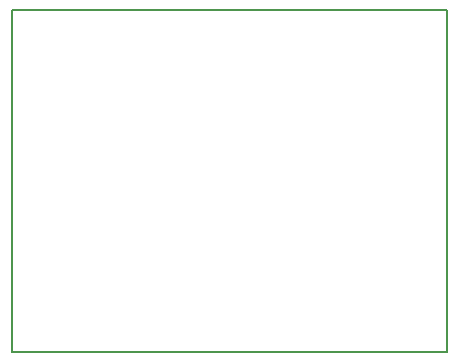
<source format=gm1>
%TF.GenerationSoftware,KiCad,Pcbnew,4.0.7-e2-6376~60~ubuntu17.10.1*%
%TF.CreationDate,2017-11-23T13:20:15+11:00*%
%TF.ProjectId,biot-node,62696F742D6E6F64652E6B696361645F,rev?*%
%TF.FileFunction,Profile,NP*%
%FSLAX46Y46*%
G04 Gerber Fmt 4.6, Leading zero omitted, Abs format (unit mm)*
G04 Created by KiCad (PCBNEW 4.0.7-e2-6376~60~ubuntu17.10.1) date Thu Nov 23 13:20:15 2017*
%MOMM*%
%LPD*%
G01*
G04 APERTURE LIST*
%ADD10C,0.100000*%
%ADD11C,0.150000*%
G04 APERTURE END LIST*
D10*
D11*
X163576000Y-120142000D02*
X163576000Y-91186000D01*
X200406000Y-120142000D02*
X163576000Y-120142000D01*
X200406000Y-91186000D02*
X200406000Y-120142000D01*
X163576000Y-91186000D02*
X200406000Y-91186000D01*
M02*

</source>
